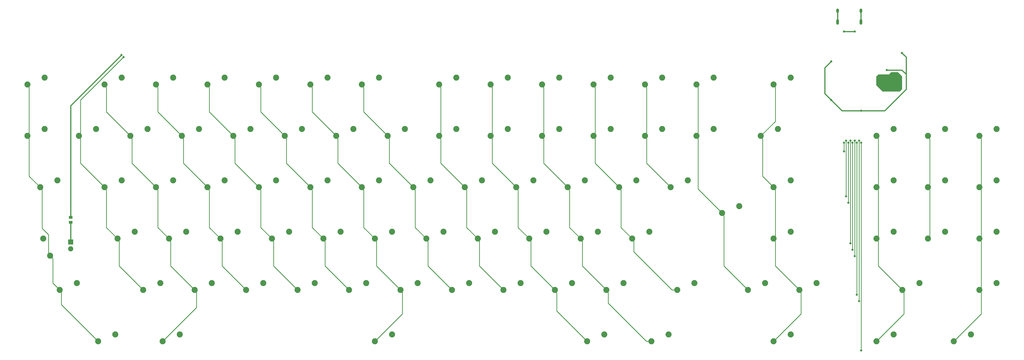
<source format=gtl>
%TF.GenerationSoftware,KiCad,Pcbnew,5.1.9*%
%TF.CreationDate,2022-11-23T09:59:21-05:00*%
%TF.ProjectId,EKS1000-V4,454b5331-3030-4302-9d56-342e6b696361,rev?*%
%TF.SameCoordinates,Original*%
%TF.FileFunction,Copper,L1,Top*%
%TF.FilePolarity,Positive*%
%FSLAX46Y46*%
G04 Gerber Fmt 4.6, Leading zero omitted, Abs format (unit mm)*
G04 Created by KiCad (PCBNEW 5.1.9) date 2022-11-23 09:59:21*
%MOMM*%
%LPD*%
G01*
G04 APERTURE LIST*
%TA.AperFunction,ComponentPad*%
%ADD10C,2.250000*%
%TD*%
%TA.AperFunction,ComponentPad*%
%ADD11O,1.000000X1.600000*%
%TD*%
%TA.AperFunction,ComponentPad*%
%ADD12O,1.000000X2.100000*%
%TD*%
%TA.AperFunction,ComponentPad*%
%ADD13R,1.905000X1.905000*%
%TD*%
%TA.AperFunction,ComponentPad*%
%ADD14C,1.905000*%
%TD*%
%TA.AperFunction,ViaPad*%
%ADD15C,0.800000*%
%TD*%
%TA.AperFunction,Conductor*%
%ADD16C,0.381000*%
%TD*%
%TA.AperFunction,Conductor*%
%ADD17C,0.250000*%
%TD*%
%TA.AperFunction,Conductor*%
%ADD18C,0.254000*%
%TD*%
%TA.AperFunction,Conductor*%
%ADD19C,0.100000*%
%TD*%
G04 APERTURE END LIST*
D10*
%TO.P,MX78,2*%
%TO.N,Net-(D78-Pad2)*%
X326390000Y-23495000D03*
%TO.P,MX78,1*%
%TO.N,COL8*%
X320040000Y-26035000D03*
%TD*%
D11*
%TO.P,J1,S1*%
%TO.N,GND*%
X314260198Y20417500D03*
X305620198Y20417500D03*
D12*
X305620198Y16237500D03*
X314260198Y16237500D03*
%TD*%
D13*
%TO.P,MX4,4*%
%TO.N,CAPSGND*%
X21748750Y-65405000D03*
D14*
%TO.P,MX4,3*%
%TO.N,CAPSLED*%
X21748750Y-67945000D03*
D10*
%TO.P,MX4,1*%
%TO.N,COL0*%
X14128750Y-70485000D03*
%TO.P,MX4,2*%
%TO.N,Net-(D4-Pad2)*%
X11588750Y-64135000D03*
%TD*%
%TO.P,MX73,2*%
%TO.N,Net-(D73-Pad2)*%
X288290000Y-42545000D03*
%TO.P,MX73,1*%
%TO.N,COL7*%
X281940000Y-45085000D03*
%TD*%
%TO.P,MX70,1*%
%TO.N,COL6*%
X262890000Y-54610000D03*
%TO.P,MX70,2*%
%TO.N,Net-(D70-Pad2)*%
X269240000Y-52070000D03*
%TD*%
%TO.P,MX41,2*%
%TO.N,Net-(D41-Pad2)*%
X159702500Y-61595000D03*
%TO.P,MX41,1*%
%TO.N,COL3*%
X153352500Y-64135000D03*
%TD*%
%TO.P,MX6,2*%
%TO.N,Net-(D6-Pad2)*%
X38258750Y-99695000D03*
%TO.P,MX6,1*%
%TO.N,COL0*%
X31908750Y-102235000D03*
%TD*%
%TO.P,R8,2*%
%TO.N,CAPSGND*%
%TA.AperFunction,SMDPad,CuDef*%
G36*
G01*
X21266998Y-57550000D02*
X22167002Y-57550000D01*
G75*
G02*
X22417000Y-57799998I0J-249998D01*
G01*
X22417000Y-58325002D01*
G75*
G02*
X22167002Y-58575000I-249998J0D01*
G01*
X21266998Y-58575000D01*
G75*
G02*
X21017000Y-58325002I0J249998D01*
G01*
X21017000Y-57799998D01*
G75*
G02*
X21266998Y-57550000I249998J0D01*
G01*
G37*
%TD.AperFunction*%
%TO.P,R8,1*%
%TO.N,GND*%
%TA.AperFunction,SMDPad,CuDef*%
G36*
G01*
X21266998Y-55725000D02*
X22167002Y-55725000D01*
G75*
G02*
X22417000Y-55974998I0J-249998D01*
G01*
X22417000Y-56500002D01*
G75*
G02*
X22167002Y-56750000I-249998J0D01*
G01*
X21266998Y-56750000D01*
G75*
G02*
X21017000Y-56500002I0J249998D01*
G01*
X21017000Y-55974998D01*
G75*
G02*
X21266998Y-55725000I249998J0D01*
G01*
G37*
%TD.AperFunction*%
%TD*%
%TO.P,MX90,2*%
%TO.N,Net-(D90-Pad2)*%
X354965000Y-99695000D03*
%TO.P,MX90,1*%
%TO.N,COL9*%
X348615000Y-102235000D03*
%TD*%
%TO.P,MX89,2*%
%TO.N,Net-(D89-Pad2)*%
X364490000Y-80645000D03*
%TO.P,MX89,1*%
%TO.N,COL9*%
X358140000Y-83185000D03*
%TD*%
%TO.P,MX88,2*%
%TO.N,Net-(D88-Pad2)*%
X364490000Y-61595000D03*
%TO.P,MX88,1*%
%TO.N,COL9*%
X358140000Y-64135000D03*
%TD*%
%TO.P,MX87,2*%
%TO.N,Net-(D87-Pad2)*%
X364490000Y-42545000D03*
%TO.P,MX87,1*%
%TO.N,COL9*%
X358140000Y-45085000D03*
%TD*%
%TO.P,MX86,2*%
%TO.N,Net-(D86-Pad2)*%
X364490000Y-23495000D03*
%TO.P,MX86,1*%
%TO.N,COL9*%
X358140000Y-26035000D03*
%TD*%
%TO.P,MX85,2*%
%TO.N,Net-(D85-Pad2)*%
X345440000Y-61595000D03*
%TO.P,MX85,1*%
%TO.N,COL8*%
X339090000Y-64135000D03*
%TD*%
%TO.P,MX84,2*%
%TO.N,Net-(D84-Pad2)*%
X345440000Y-42545000D03*
%TO.P,MX84,1*%
%TO.N,COL8*%
X339090000Y-45085000D03*
%TD*%
%TO.P,MX83,2*%
%TO.N,Net-(D83-Pad2)*%
X345440000Y-23495000D03*
%TO.P,MX83,1*%
%TO.N,COL8*%
X339090000Y-26035000D03*
%TD*%
%TO.P,MX82,2*%
%TO.N,Net-(D82-Pad2)*%
X326390000Y-99695000D03*
%TO.P,MX82,1*%
%TO.N,COL8*%
X320040000Y-102235000D03*
%TD*%
%TO.P,MX81,2*%
%TO.N,Net-(D81-Pad2)*%
X335915000Y-80645000D03*
%TO.P,MX81,1*%
%TO.N,COL8*%
X329565000Y-83185000D03*
%TD*%
%TO.P,MX80,2*%
%TO.N,Net-(D80-Pad2)*%
X326390000Y-61595000D03*
%TO.P,MX80,1*%
%TO.N,COL8*%
X320040000Y-64135000D03*
%TD*%
%TO.P,MX79,2*%
%TO.N,Net-(D79-Pad2)*%
X326390000Y-42545000D03*
%TO.P,MX79,1*%
%TO.N,COL8*%
X320040000Y-45085000D03*
%TD*%
%TO.P,MX77,2*%
%TO.N,Net-(D77-Pad2)*%
X288290000Y-99695000D03*
%TO.P,MX77,1*%
%TO.N,COL7*%
X281940000Y-102235000D03*
%TD*%
%TO.P,MX76,2*%
%TO.N,Net-(D76-Pad2)*%
X297815000Y-80645000D03*
%TO.P,MX76,1*%
%TO.N,COL7*%
X291465000Y-83185000D03*
%TD*%
%TO.P,MX75,2*%
%TO.N,Net-(D75-Pad2)*%
X278765000Y-80645000D03*
%TO.P,MX75,1*%
%TO.N,COL6*%
X272415000Y-83185000D03*
%TD*%
%TO.P,MX74,2*%
%TO.N,Net-(D74-Pad2)*%
X288290000Y-61595000D03*
%TO.P,MX74,1*%
%TO.N,COL7*%
X281940000Y-64135000D03*
%TD*%
%TO.P,MX59,2*%
%TO.N,Net-(D59-Pad2)*%
X243046250Y-99695000D03*
%TO.P,MX59,1*%
%TO.N,COL5*%
X236696250Y-102235000D03*
%TD*%
%TO.P,MX64,2*%
%TO.N,Net-(D64-Pad2)*%
X252571250Y-80645000D03*
%TO.P,MX64,1*%
%TO.N,COL5*%
X246221250Y-83185000D03*
%TD*%
%TO.P,MX72,2*%
%TO.N,Net-(D72-Pad2)*%
X283527500Y-23495000D03*
%TO.P,MX72,1*%
%TO.N,COL7*%
X277177500Y-26035000D03*
%TD*%
%TO.P,MX71,2*%
%TO.N,Net-(D71-Pad2)*%
X288290000Y-4445000D03*
%TO.P,MX71,1*%
%TO.N,COL7*%
X281940000Y-6985000D03*
%TD*%
%TO.P,MX53,2*%
%TO.N,Net-(D53-Pad2)*%
X219233750Y-99695000D03*
%TO.P,MX53,1*%
%TO.N,COL4*%
X212883750Y-102235000D03*
%TD*%
%TO.P,MX58,2*%
%TO.N,Net-(D58-Pad2)*%
X226377500Y-80645000D03*
%TO.P,MX58,1*%
%TO.N,COL5*%
X220027500Y-83185000D03*
%TD*%
%TO.P,MX63,2*%
%TO.N,Net-(D63-Pad2)*%
X235902500Y-61595000D03*
%TO.P,MX63,1*%
%TO.N,COL5*%
X229552500Y-64135000D03*
%TD*%
%TO.P,MX67,2*%
%TO.N,Net-(D67-Pad2)*%
X250190000Y-42545000D03*
%TO.P,MX67,1*%
%TO.N,COL6*%
X243840000Y-45085000D03*
%TD*%
%TO.P,MX69,2*%
%TO.N,Net-(D69-Pad2)*%
X259715000Y-23495000D03*
%TO.P,MX69,1*%
%TO.N,COL6*%
X253365000Y-26035000D03*
%TD*%
%TO.P,MX68,2*%
%TO.N,Net-(D68-Pad2)*%
X259715000Y-4445000D03*
%TO.P,MX68,1*%
%TO.N,COL6*%
X253365000Y-6985000D03*
%TD*%
%TO.P,MX52,2*%
%TO.N,Net-(D52-Pad2)*%
X207327500Y-80645000D03*
%TO.P,MX52,1*%
%TO.N,COL4*%
X200977500Y-83185000D03*
%TD*%
%TO.P,MX57,2*%
%TO.N,Net-(D57-Pad2)*%
X216852500Y-61595000D03*
%TO.P,MX57,1*%
%TO.N,COL5*%
X210502500Y-64135000D03*
%TD*%
%TO.P,MX62,2*%
%TO.N,Net-(D62-Pad2)*%
X231140000Y-42545000D03*
%TO.P,MX62,1*%
%TO.N,COL5*%
X224790000Y-45085000D03*
%TD*%
%TO.P,MX66,2*%
%TO.N,Net-(D66-Pad2)*%
X240665000Y-23495000D03*
%TO.P,MX66,1*%
%TO.N,COL6*%
X234315000Y-26035000D03*
%TD*%
%TO.P,MX65,2*%
%TO.N,Net-(D65-Pad2)*%
X240665000Y-4445000D03*
%TO.P,MX65,1*%
%TO.N,COL6*%
X234315000Y-6985000D03*
%TD*%
%TO.P,MX47,2*%
%TO.N,Net-(D47-Pad2)*%
X188277500Y-80645000D03*
%TO.P,MX47,1*%
%TO.N,COL4*%
X181927500Y-83185000D03*
%TD*%
%TO.P,MX51,2*%
%TO.N,Net-(D51-Pad2)*%
X197802500Y-61595000D03*
%TO.P,MX51,1*%
%TO.N,COL4*%
X191452500Y-64135000D03*
%TD*%
%TO.P,MX56,2*%
%TO.N,Net-(D56-Pad2)*%
X212090000Y-42545000D03*
%TO.P,MX56,1*%
%TO.N,COL5*%
X205740000Y-45085000D03*
%TD*%
%TO.P,MX61,2*%
%TO.N,Net-(D61-Pad2)*%
X221615000Y-23495000D03*
%TO.P,MX61,1*%
%TO.N,COL5*%
X215265000Y-26035000D03*
%TD*%
%TO.P,MX60,2*%
%TO.N,Net-(D60-Pad2)*%
X221615000Y-4445000D03*
%TO.P,MX60,1*%
%TO.N,COL5*%
X215265000Y-6985000D03*
%TD*%
%TO.P,MX42,2*%
%TO.N,Net-(D42-Pad2)*%
X169227500Y-80645000D03*
%TO.P,MX42,1*%
%TO.N,COL3*%
X162877500Y-83185000D03*
%TD*%
%TO.P,MX46,2*%
%TO.N,Net-(D46-Pad2)*%
X178752500Y-61595000D03*
%TO.P,MX46,1*%
%TO.N,COL4*%
X172402500Y-64135000D03*
%TD*%
%TO.P,MX50,2*%
%TO.N,Net-(D50-Pad2)*%
X193040000Y-42545000D03*
%TO.P,MX50,1*%
%TO.N,COL4*%
X186690000Y-45085000D03*
%TD*%
%TO.P,MX55,2*%
%TO.N,Net-(D55-Pad2)*%
X202565000Y-23495000D03*
%TO.P,MX55,1*%
%TO.N,COL5*%
X196215000Y-26035000D03*
%TD*%
%TO.P,MX54,2*%
%TO.N,Net-(D54-Pad2)*%
X202565000Y-4445000D03*
%TO.P,MX54,1*%
%TO.N,COL5*%
X196215000Y-6985000D03*
%TD*%
%TO.P,MX45,2*%
%TO.N,Net-(D45-Pad2)*%
X173990000Y-42545000D03*
%TO.P,MX45,1*%
%TO.N,COL4*%
X167640000Y-45085000D03*
%TD*%
%TO.P,MX49,2*%
%TO.N,Net-(D49-Pad2)*%
X183515000Y-23495000D03*
%TO.P,MX49,1*%
%TO.N,COL4*%
X177165000Y-26035000D03*
%TD*%
%TO.P,MX48,2*%
%TO.N,Net-(D48-Pad2)*%
X183515000Y-4445000D03*
%TO.P,MX48,1*%
%TO.N,COL4*%
X177165000Y-6985000D03*
%TD*%
%TO.P,MX44,2*%
%TO.N,Net-(D44-Pad2)*%
X164465000Y-23495000D03*
%TO.P,MX44,1*%
%TO.N,COL4*%
X158115000Y-26035000D03*
%TD*%
%TO.P,MX43,2*%
%TO.N,Net-(D43-Pad2)*%
X164465000Y-4445000D03*
%TO.P,MX43,1*%
%TO.N,COL4*%
X158115000Y-6985000D03*
%TD*%
%TO.P,MX40,2*%
%TO.N,Net-(D40-Pad2)*%
X154940000Y-42545000D03*
%TO.P,MX40,1*%
%TO.N,COL3*%
X148590000Y-45085000D03*
%TD*%
%TO.P,MX39,2*%
%TO.N,Net-(D39-Pad2)*%
X145415000Y-23495000D03*
%TO.P,MX39,1*%
%TO.N,COL3*%
X139065000Y-26035000D03*
%TD*%
%TO.P,MX38,2*%
%TO.N,Net-(D38-Pad2)*%
X135890000Y-4445000D03*
%TO.P,MX38,1*%
%TO.N,COL3*%
X129540000Y-6985000D03*
%TD*%
%TO.P,MX37,2*%
%TO.N,Net-(D37-Pad2)*%
X150177500Y-80645000D03*
%TO.P,MX37,1*%
%TO.N,COL3*%
X143827500Y-83185000D03*
%TD*%
%TO.P,MX36,2*%
%TO.N,Net-(D36-Pad2)*%
X140652500Y-61595000D03*
%TO.P,MX36,1*%
%TO.N,COL3*%
X134302500Y-64135000D03*
%TD*%
%TO.P,MX35,2*%
%TO.N,Net-(D35-Pad2)*%
X135890000Y-42545000D03*
%TO.P,MX35,1*%
%TO.N,COL3*%
X129540000Y-45085000D03*
%TD*%
%TO.P,MX34,2*%
%TO.N,Net-(D34-Pad2)*%
X126365000Y-23495000D03*
%TO.P,MX34,1*%
%TO.N,COL3*%
X120015000Y-26035000D03*
%TD*%
%TO.P,MX33,2*%
%TO.N,Net-(D33-Pad2)*%
X116840000Y-4445000D03*
%TO.P,MX33,1*%
%TO.N,COL3*%
X110490000Y-6985000D03*
%TD*%
%TO.P,MX32,2*%
%TO.N,Net-(D32-Pad2)*%
X140652500Y-99695000D03*
%TO.P,MX32,1*%
%TO.N,COL3*%
X134302500Y-102235000D03*
%TD*%
%TO.P,MX31,2*%
%TO.N,Net-(D31-Pad2)*%
X131127500Y-80645000D03*
%TO.P,MX31,1*%
%TO.N,COL2*%
X124777500Y-83185000D03*
%TD*%
%TO.P,MX30,2*%
%TO.N,Net-(D30-Pad2)*%
X121602500Y-61595000D03*
%TO.P,MX30,1*%
%TO.N,COL2*%
X115252500Y-64135000D03*
%TD*%
%TO.P,MX29,2*%
%TO.N,Net-(D29-Pad2)*%
X116840000Y-42545000D03*
%TO.P,MX29,1*%
%TO.N,COL2*%
X110490000Y-45085000D03*
%TD*%
%TO.P,MX28,2*%
%TO.N,Net-(D28-Pad2)*%
X107315000Y-23495000D03*
%TO.P,MX28,1*%
%TO.N,COL2*%
X100965000Y-26035000D03*
%TD*%
%TO.P,MX27,2*%
%TO.N,Net-(D27-Pad2)*%
X97790000Y-4445000D03*
%TO.P,MX27,1*%
%TO.N,COL2*%
X91440000Y-6985000D03*
%TD*%
%TO.P,MX26,2*%
%TO.N,Net-(D26-Pad2)*%
X112077500Y-80645000D03*
%TO.P,MX26,1*%
%TO.N,COL2*%
X105727500Y-83185000D03*
%TD*%
%TO.P,MX25,2*%
%TO.N,Net-(D25-Pad2)*%
X102552500Y-61595000D03*
%TO.P,MX25,1*%
%TO.N,COL2*%
X96202500Y-64135000D03*
%TD*%
%TO.P,MX24,2*%
%TO.N,Net-(D24-Pad2)*%
X97790000Y-42545000D03*
%TO.P,MX24,1*%
%TO.N,COL2*%
X91440000Y-45085000D03*
%TD*%
%TO.P,MX23,2*%
%TO.N,Net-(D23-Pad2)*%
X88265000Y-23495000D03*
%TO.P,MX23,1*%
%TO.N,COL2*%
X81915000Y-26035000D03*
%TD*%
%TO.P,MX22,2*%
%TO.N,Net-(D22-Pad2)*%
X78740000Y-4445000D03*
%TO.P,MX22,1*%
%TO.N,COL2*%
X72390000Y-6985000D03*
%TD*%
%TO.P,MX21,2*%
%TO.N,Net-(D21-Pad2)*%
X93027500Y-80645000D03*
%TO.P,MX21,1*%
%TO.N,COL1*%
X86677500Y-83185000D03*
%TD*%
%TO.P,MX20,2*%
%TO.N,Net-(D20-Pad2)*%
X83502500Y-61595000D03*
%TO.P,MX20,1*%
%TO.N,COL1*%
X77152500Y-64135000D03*
%TD*%
%TO.P,MX19,2*%
%TO.N,Net-(D19-Pad2)*%
X78740000Y-42545000D03*
%TO.P,MX19,1*%
%TO.N,COL1*%
X72390000Y-45085000D03*
%TD*%
%TO.P,MX18,2*%
%TO.N,Net-(D18-Pad2)*%
X69215000Y-23495000D03*
%TO.P,MX18,1*%
%TO.N,COL1*%
X62865000Y-26035000D03*
%TD*%
%TO.P,MX17,2*%
%TO.N,Net-(D17-Pad2)*%
X59690000Y-4445000D03*
%TO.P,MX17,1*%
%TO.N,COL1*%
X53340000Y-6985000D03*
%TD*%
%TO.P,MX16,2*%
%TO.N,Net-(D16-Pad2)*%
X73977500Y-80645000D03*
%TO.P,MX16,1*%
%TO.N,COL1*%
X67627500Y-83185000D03*
%TD*%
%TO.P,MX15,2*%
%TO.N,Net-(D15-Pad2)*%
X64452500Y-61595000D03*
%TO.P,MX15,1*%
%TO.N,COL1*%
X58102500Y-64135000D03*
%TD*%
%TO.P,MX14,2*%
%TO.N,Net-(D14-Pad2)*%
X59690000Y-42545000D03*
%TO.P,MX14,1*%
%TO.N,COL1*%
X53340000Y-45085000D03*
%TD*%
%TO.P,MX13,2*%
%TO.N,Net-(D13-Pad2)*%
X50165000Y-23495000D03*
%TO.P,MX13,1*%
%TO.N,COL1*%
X43815000Y-26035000D03*
%TD*%
%TO.P,MX12,2*%
%TO.N,Net-(D12-Pad2)*%
X40640000Y-4445000D03*
%TO.P,MX12,1*%
%TO.N,COL1*%
X34290000Y-6985000D03*
%TD*%
%TO.P,MX11,2*%
%TO.N,Net-(D11-Pad2)*%
X62071250Y-99695000D03*
%TO.P,MX11,1*%
%TO.N,COL1*%
X55721250Y-102235000D03*
%TD*%
%TO.P,MX10,2*%
%TO.N,Net-(D10-Pad2)*%
X54927500Y-80645000D03*
%TO.P,MX10,1*%
%TO.N,COL0*%
X48577500Y-83185000D03*
%TD*%
%TO.P,MX9,2*%
%TO.N,Net-(D9-Pad2)*%
X45402500Y-61595000D03*
%TO.P,MX9,1*%
%TO.N,COL0*%
X39052500Y-64135000D03*
%TD*%
%TO.P,MX8,2*%
%TO.N,Net-(D8-Pad2)*%
X40640000Y-42545000D03*
%TO.P,MX8,1*%
%TO.N,COL0*%
X34290000Y-45085000D03*
%TD*%
%TO.P,MX7,2*%
%TO.N,Net-(D7-Pad2)*%
X31115000Y-23495000D03*
%TO.P,MX7,1*%
%TO.N,COL0*%
X24765000Y-26035000D03*
%TD*%
%TO.P,MX5,2*%
%TO.N,Net-(D5-Pad2)*%
X23971250Y-80645000D03*
%TO.P,MX5,1*%
%TO.N,COL0*%
X17621250Y-83185000D03*
%TD*%
%TO.P,MX3,2*%
%TO.N,Net-(D3-Pad2)*%
X16827500Y-42545000D03*
%TO.P,MX3,1*%
%TO.N,COL0*%
X10477500Y-45085000D03*
%TD*%
%TO.P,MX2,2*%
%TO.N,Net-(D2-Pad2)*%
X12065000Y-23495000D03*
%TO.P,MX2,1*%
%TO.N,COL0*%
X5715000Y-26035000D03*
%TD*%
%TO.P,MX1,2*%
%TO.N,Net-(D1-Pad2)*%
X12065000Y-4445000D03*
%TO.P,MX1,1*%
%TO.N,COL0*%
X5715000Y-6985000D03*
%TD*%
D15*
%TO.N,GND*%
X40481250Y3968750D03*
X326231250Y-3175000D03*
%TO.N,+5V*%
X329406250Y4762500D03*
X323850000Y-1587500D03*
X303212500Y1587500D03*
X303212500Y-12700000D03*
X314325000Y-16668750D03*
%TO.N,ROW4*%
X308768750Y-48418750D03*
X308768750Y-27781250D03*
%TO.N,ROW6*%
X310356250Y-65881250D03*
X310356250Y-27781250D03*
%TO.N,ROW3*%
X307975000Y-31750000D03*
X307975000Y-28575000D03*
%TO.N,ROW5*%
X309562500Y-50800000D03*
X309562500Y-28575000D03*
%TO.N,VCC*%
X307975000Y12700000D03*
X311943750Y12700000D03*
%TO.N,COL0*%
X41275000Y3175000D03*
%TO.N,CAPSLED*%
X311943750Y-70643750D03*
X311943750Y-27781250D03*
%TO.N,ROW8*%
X312737500Y-84931250D03*
X312737500Y-28575000D03*
%TO.N,ROW10*%
X314325000Y-105568750D03*
X314325000Y-28575000D03*
%TO.N,ROW7*%
X311150000Y-68262500D03*
X311150000Y-28575000D03*
%TO.N,ROW9*%
X313531250Y-87312500D03*
X313531250Y-27781250D03*
%TD*%
D16*
%TO.N,GND*%
X21717000Y-56237500D02*
X21717000Y-14795500D01*
X21717000Y-14795500D02*
X40481250Y3968750D01*
X314260198Y16237500D02*
X314260198Y20417500D01*
X305620198Y16237500D02*
X305620198Y20417500D01*
%TO.N,+5V*%
X303212500Y-12700000D02*
X300831250Y-10318750D01*
X300831250Y-793750D02*
X300831250Y-10318750D01*
X300831250Y-793750D02*
X303212500Y1587500D01*
X314325000Y-16668750D02*
X307181250Y-16668750D01*
X303212500Y-12700000D02*
X307181250Y-16668750D01*
X330993750Y3175000D02*
X329406250Y4762500D01*
X330993750Y-3175000D02*
X330993750Y3175000D01*
X329406250Y-1587500D02*
X330993750Y-3175000D01*
X323850000Y-1587500D02*
X329406250Y-1587500D01*
X330993750Y-8731250D02*
X323056250Y-16668750D01*
X314325000Y-16668750D02*
X323056250Y-16668750D01*
X330993750Y-8731250D02*
X330993750Y-3175000D01*
D17*
%TO.N,ROW4*%
X308768750Y-48418750D02*
X308768750Y-27781250D01*
%TO.N,ROW6*%
X310356250Y-65881250D02*
X310356250Y-27781250D01*
%TO.N,ROW3*%
X307975000Y-31750000D02*
X307975000Y-28575000D01*
%TO.N,ROW5*%
X309562500Y-50800000D02*
X309562500Y-28575000D01*
D16*
%TO.N,VCC*%
X311943750Y12700000D02*
X307975000Y12700000D01*
D17*
%TO.N,COL0*%
X5715000Y-6985000D02*
X5715000Y-7302500D01*
X5715000Y-7302500D02*
X6350000Y-7937500D01*
X6350000Y-25400000D02*
X5715000Y-26035000D01*
X6350000Y-7937500D02*
X6350000Y-25400000D01*
X5715000Y-26035000D02*
X5715000Y-26352500D01*
X5715000Y-26352500D02*
X6350000Y-26987500D01*
X6350000Y-40957500D02*
X10477500Y-45085000D01*
X6350000Y-26987500D02*
X6350000Y-40957500D01*
X10477500Y-45085000D02*
X10477500Y-45402500D01*
X10477500Y-45402500D02*
X11112500Y-46037500D01*
X17621250Y-83185000D02*
X17621250Y-83502500D01*
X17621250Y-83502500D02*
X18256250Y-84137500D01*
X18256250Y-88582500D02*
X31908750Y-102235000D01*
X18256250Y-84137500D02*
X18256250Y-88582500D01*
X24765000Y-26035000D02*
X24765000Y-26352500D01*
X24765000Y-26352500D02*
X25400000Y-26987500D01*
X25400000Y-36195000D02*
X34290000Y-45085000D01*
X25400000Y-26987500D02*
X25400000Y-36195000D01*
X34290000Y-45085000D02*
X34290000Y-45402500D01*
X34290000Y-45402500D02*
X34925000Y-46037500D01*
X34925000Y-60007500D02*
X39052500Y-64135000D01*
X34925000Y-46037500D02*
X34925000Y-60007500D01*
X39052500Y-64135000D02*
X39052500Y-64452500D01*
X39052500Y-64452500D02*
X39687500Y-65087500D01*
X39687500Y-74295000D02*
X48577500Y-83185000D01*
X39687500Y-65087500D02*
X39687500Y-74295000D01*
X11112500Y-46037500D02*
X11112500Y-60325000D01*
X11112500Y-60325000D02*
X13493750Y-62706250D01*
X13493750Y-69850000D02*
X14128750Y-70485000D01*
X13493750Y-62706250D02*
X13493750Y-69850000D01*
X15081250Y-80645000D02*
X17621250Y-83185000D01*
X15081250Y-71437500D02*
X15081250Y-80645000D01*
X14128750Y-70485000D02*
X15081250Y-71437500D01*
X24765000Y-26035000D02*
X25400000Y-25400000D01*
X25400000Y-25400000D02*
X25400000Y-12700000D01*
X41275000Y3175000D02*
X25400000Y-12700000D01*
D16*
%TO.N,CAPSGND*%
X21748750Y-58094250D02*
X21717000Y-58062500D01*
X21748750Y-65405000D02*
X21748750Y-58094250D01*
D17*
%TO.N,CAPSLED*%
X311943750Y-70643750D02*
X311943750Y-27781250D01*
%TO.N,COL1*%
X34290000Y-6985000D02*
X34290000Y-7302500D01*
X34290000Y-7302500D02*
X34925000Y-7937500D01*
X34925000Y-17145000D02*
X43815000Y-26035000D01*
X34925000Y-7937500D02*
X34925000Y-17145000D01*
X53340000Y-6985000D02*
X53340000Y-7302500D01*
X53340000Y-7302500D02*
X53975000Y-7937500D01*
X53975000Y-17145000D02*
X62865000Y-26035000D01*
X53975000Y-7937500D02*
X53975000Y-17145000D01*
X43815000Y-26035000D02*
X43815000Y-26352500D01*
X43815000Y-26352500D02*
X44450000Y-26987500D01*
X44450000Y-36195000D02*
X53340000Y-45085000D01*
X44450000Y-26987500D02*
X44450000Y-36195000D01*
X62865000Y-26035000D02*
X62865000Y-26352500D01*
X62865000Y-26352500D02*
X63500000Y-26987500D01*
X63500000Y-36195000D02*
X72390000Y-45085000D01*
X63500000Y-26987500D02*
X63500000Y-36195000D01*
X53340000Y-45085000D02*
X53340000Y-45402500D01*
X53340000Y-45402500D02*
X53975000Y-46037500D01*
X53975000Y-60007500D02*
X58102500Y-64135000D01*
X53975000Y-46037500D02*
X53975000Y-60007500D01*
X72390000Y-45085000D02*
X72390000Y-45402500D01*
X72390000Y-45402500D02*
X73025000Y-46037500D01*
X73025000Y-60007500D02*
X77152500Y-64135000D01*
X73025000Y-46037500D02*
X73025000Y-60007500D01*
X58102500Y-64135000D02*
X58102500Y-64452500D01*
X58102500Y-64452500D02*
X58737500Y-65087500D01*
X58737500Y-74295000D02*
X67627500Y-83185000D01*
X58737500Y-65087500D02*
X58737500Y-74295000D01*
X77152500Y-64135000D02*
X77152500Y-64452500D01*
X77152500Y-64452500D02*
X77787500Y-65087500D01*
X77787500Y-74295000D02*
X86677500Y-83185000D01*
X77787500Y-65087500D02*
X77787500Y-74295000D01*
X68262500Y-89693750D02*
X55721250Y-102235000D01*
X68262500Y-83820000D02*
X68262500Y-89693750D01*
X67627500Y-83185000D02*
X68262500Y-83820000D01*
%TO.N,COL2*%
X72390000Y-6985000D02*
X72390000Y-7302500D01*
X72390000Y-7302500D02*
X73025000Y-7937500D01*
X73025000Y-17145000D02*
X81915000Y-26035000D01*
X73025000Y-7937500D02*
X73025000Y-17145000D01*
X91440000Y-6985000D02*
X91440000Y-7302500D01*
X91440000Y-7302500D02*
X92075000Y-7937500D01*
X92075000Y-17145000D02*
X100965000Y-26035000D01*
X92075000Y-7937500D02*
X92075000Y-17145000D01*
X81915000Y-26035000D02*
X81915000Y-26352500D01*
X81915000Y-26352500D02*
X82550000Y-26987500D01*
X82550000Y-36195000D02*
X91440000Y-45085000D01*
X82550000Y-26987500D02*
X82550000Y-36195000D01*
X100965000Y-26035000D02*
X100965000Y-26352500D01*
X100965000Y-26352500D02*
X101600000Y-26987500D01*
X101600000Y-36195000D02*
X110490000Y-45085000D01*
X101600000Y-26987500D02*
X101600000Y-36195000D01*
X91440000Y-45085000D02*
X91440000Y-45402500D01*
X91440000Y-45402500D02*
X92075000Y-46037500D01*
X92075000Y-60007500D02*
X96202500Y-64135000D01*
X92075000Y-46037500D02*
X92075000Y-60007500D01*
X110490000Y-45085000D02*
X110490000Y-45402500D01*
X110490000Y-45402500D02*
X111125000Y-46037500D01*
X111125000Y-60007500D02*
X115252500Y-64135000D01*
X111125000Y-46037500D02*
X111125000Y-60007500D01*
X96202500Y-64135000D02*
X96202500Y-64452500D01*
X96202500Y-64452500D02*
X96837500Y-65087500D01*
X96837500Y-74295000D02*
X105727500Y-83185000D01*
X96837500Y-65087500D02*
X96837500Y-74295000D01*
X115252500Y-64135000D02*
X115252500Y-64452500D01*
X115252500Y-64452500D02*
X115887500Y-65087500D01*
X115887500Y-74295000D02*
X124777500Y-83185000D01*
X115887500Y-65087500D02*
X115887500Y-74295000D01*
%TO.N,COL3*%
X110490000Y-6985000D02*
X110490000Y-7302500D01*
X110490000Y-7302500D02*
X111125000Y-7937500D01*
X111125000Y-17145000D02*
X120015000Y-26035000D01*
X111125000Y-7937500D02*
X111125000Y-17145000D01*
X129540000Y-6985000D02*
X129540000Y-7302500D01*
X129540000Y-7302500D02*
X130175000Y-7937500D01*
X130175000Y-17145000D02*
X139065000Y-26035000D01*
X130175000Y-7937500D02*
X130175000Y-17145000D01*
X120015000Y-26035000D02*
X120015000Y-26352500D01*
X120015000Y-26352500D02*
X120650000Y-26987500D01*
X120650000Y-36195000D02*
X129540000Y-45085000D01*
X120650000Y-26987500D02*
X120650000Y-36195000D01*
X139065000Y-26035000D02*
X139065000Y-26352500D01*
X139065000Y-26352500D02*
X139700000Y-26987500D01*
X139700000Y-36195000D02*
X148590000Y-45085000D01*
X139700000Y-26987500D02*
X139700000Y-36195000D01*
X129540000Y-45085000D02*
X129540000Y-45402500D01*
X129540000Y-45402500D02*
X130175000Y-46037500D01*
X130175000Y-60007500D02*
X134302500Y-64135000D01*
X130175000Y-46037500D02*
X130175000Y-60007500D01*
X148590000Y-45085000D02*
X148590000Y-45402500D01*
X148590000Y-45402500D02*
X149225000Y-46037500D01*
X149225000Y-60007500D02*
X153352500Y-64135000D01*
X149225000Y-46037500D02*
X149225000Y-60007500D01*
X134302500Y-64135000D02*
X134302500Y-64452500D01*
X134302500Y-64452500D02*
X134937500Y-65087500D01*
X134937500Y-74295000D02*
X143827500Y-83185000D01*
X134937500Y-65087500D02*
X134937500Y-74295000D01*
X153352500Y-64135000D02*
X153352500Y-64452500D01*
X153352500Y-64452500D02*
X153987500Y-65087500D01*
X153987500Y-74295000D02*
X162877500Y-83185000D01*
X153987500Y-65087500D02*
X153987500Y-74295000D01*
X144462500Y-92075000D02*
X134302500Y-102235000D01*
X144462500Y-83820000D02*
X144462500Y-92075000D01*
X143827500Y-83185000D02*
X144462500Y-83820000D01*
%TO.N,COL4*%
X158115000Y-6985000D02*
X158115000Y-7302500D01*
X158115000Y-7302500D02*
X158750000Y-7937500D01*
X158750000Y-25400000D02*
X158115000Y-26035000D01*
X158750000Y-7937500D02*
X158750000Y-25400000D01*
X177165000Y-6985000D02*
X177165000Y-7302500D01*
X177165000Y-7302500D02*
X177800000Y-7937500D01*
X177800000Y-25400000D02*
X177165000Y-26035000D01*
X177800000Y-7937500D02*
X177800000Y-25400000D01*
X158115000Y-26035000D02*
X158115000Y-26352500D01*
X158115000Y-26352500D02*
X158750000Y-26987500D01*
X158750000Y-36195000D02*
X167640000Y-45085000D01*
X158750000Y-26987500D02*
X158750000Y-36195000D01*
X177165000Y-26035000D02*
X177165000Y-26352500D01*
X177165000Y-26352500D02*
X177800000Y-26987500D01*
X177800000Y-36195000D02*
X186690000Y-45085000D01*
X177800000Y-26987500D02*
X177800000Y-36195000D01*
X167640000Y-45085000D02*
X167640000Y-45402500D01*
X167640000Y-45402500D02*
X168275000Y-46037500D01*
X168275000Y-60007500D02*
X172402500Y-64135000D01*
X168275000Y-46037500D02*
X168275000Y-60007500D01*
X186690000Y-45085000D02*
X186690000Y-45402500D01*
X186690000Y-45402500D02*
X187325000Y-46037500D01*
X187325000Y-60007500D02*
X191452500Y-64135000D01*
X187325000Y-46037500D02*
X187325000Y-60007500D01*
X172402500Y-64135000D02*
X172402500Y-64452500D01*
X172402500Y-64452500D02*
X173037500Y-65087500D01*
X173037500Y-74295000D02*
X181927500Y-83185000D01*
X173037500Y-65087500D02*
X173037500Y-74295000D01*
X191452500Y-64135000D02*
X191452500Y-64452500D01*
X191452500Y-64452500D02*
X192087500Y-65087500D01*
X192087500Y-74295000D02*
X200977500Y-83185000D01*
X192087500Y-65087500D02*
X192087500Y-74295000D01*
X200977500Y-83185000D02*
X200977500Y-83502500D01*
X200977500Y-83502500D02*
X201612500Y-84137500D01*
X201612500Y-90963750D02*
X212883750Y-102235000D01*
X201612500Y-84137500D02*
X201612500Y-90963750D01*
%TO.N,COL5*%
X196215000Y-6985000D02*
X196215000Y-7302500D01*
X196215000Y-7302500D02*
X196850000Y-7937500D01*
X196850000Y-25400000D02*
X196215000Y-26035000D01*
X196850000Y-7937500D02*
X196850000Y-25400000D01*
X215265000Y-6985000D02*
X215265000Y-7302500D01*
X215265000Y-7302500D02*
X215900000Y-7937500D01*
X215900000Y-25400000D02*
X215265000Y-26035000D01*
X215900000Y-7937500D02*
X215900000Y-25400000D01*
X196215000Y-26035000D02*
X196215000Y-26352500D01*
X196215000Y-26352500D02*
X196850000Y-26987500D01*
X196850000Y-36195000D02*
X205740000Y-45085000D01*
X196850000Y-26987500D02*
X196850000Y-36195000D01*
X215265000Y-26035000D02*
X215265000Y-26352500D01*
X215265000Y-26352500D02*
X215900000Y-26987500D01*
X215900000Y-36195000D02*
X224790000Y-45085000D01*
X215900000Y-26987500D02*
X215900000Y-36195000D01*
X205740000Y-45085000D02*
X205740000Y-45402500D01*
X205740000Y-45402500D02*
X206375000Y-46037500D01*
X206375000Y-60007500D02*
X210502500Y-64135000D01*
X206375000Y-46037500D02*
X206375000Y-60007500D01*
X210502500Y-64135000D02*
X210502500Y-64452500D01*
X210502500Y-64452500D02*
X211137500Y-65087500D01*
X211137500Y-74295000D02*
X220027500Y-83185000D01*
X211137500Y-65087500D02*
X211137500Y-74295000D01*
X224790000Y-45085000D02*
X224790000Y-45402500D01*
X224790000Y-45402500D02*
X225425000Y-46037500D01*
X225425000Y-60007500D02*
X229552500Y-64135000D01*
X225425000Y-46037500D02*
X225425000Y-60007500D01*
X244316250Y-83185000D02*
X246221250Y-83185000D01*
X230187500Y-69056250D02*
X244316250Y-83185000D01*
X230187500Y-65087500D02*
X230187500Y-69056250D01*
X229552500Y-64452500D02*
X230187500Y-65087500D01*
X229552500Y-64135000D02*
X229552500Y-64452500D01*
X220662500Y-88106250D02*
X234791250Y-102235000D01*
X234791250Y-102235000D02*
X236696250Y-102235000D01*
X220662500Y-84137500D02*
X220662500Y-88106250D01*
X220027500Y-83502500D02*
X220662500Y-84137500D01*
X220027500Y-83185000D02*
X220027500Y-83502500D01*
%TO.N,COL6*%
X234315000Y-6985000D02*
X234315000Y-7302500D01*
X234315000Y-7302500D02*
X234950000Y-7937500D01*
X234950000Y-25400000D02*
X234315000Y-26035000D01*
X234950000Y-7937500D02*
X234950000Y-25400000D01*
X253365000Y-6985000D02*
X253365000Y-7302500D01*
X253365000Y-7302500D02*
X254000000Y-7937500D01*
X254000000Y-25400000D02*
X253365000Y-26035000D01*
X254000000Y-7937500D02*
X254000000Y-25400000D01*
X234315000Y-26035000D02*
X234315000Y-26352500D01*
X234315000Y-26352500D02*
X234950000Y-26987500D01*
X253365000Y-26035000D02*
X253365000Y-26352500D01*
X253365000Y-26352500D02*
X254000000Y-26987500D01*
X262890000Y-54610000D02*
X262890000Y-54927500D01*
X262890000Y-54927500D02*
X263525000Y-55562500D01*
X263525000Y-74295000D02*
X272415000Y-83185000D01*
X263525000Y-55562500D02*
X263525000Y-74295000D01*
X254000000Y-26987500D02*
X254000000Y-45720000D01*
X254000000Y-45720000D02*
X262890000Y-54610000D01*
X234950000Y-26987500D02*
X234950000Y-36195000D01*
X234950000Y-36195000D02*
X243840000Y-45085000D01*
%TO.N,COL7*%
X281940000Y-6985000D02*
X281940000Y-7302500D01*
X281940000Y-7302500D02*
X282575000Y-7937500D01*
X282575000Y-20637500D02*
X277177500Y-26035000D01*
X282575000Y-7937500D02*
X282575000Y-20637500D01*
X277177500Y-26035000D02*
X277177500Y-26352500D01*
X277177500Y-26352500D02*
X277812500Y-26987500D01*
X277812500Y-40957500D02*
X281940000Y-45085000D01*
X277812500Y-26987500D02*
X277812500Y-40957500D01*
X281940000Y-45085000D02*
X281940000Y-45402500D01*
X281940000Y-45402500D02*
X282575000Y-46037500D01*
X282575000Y-63500000D02*
X281940000Y-64135000D01*
X282575000Y-46037500D02*
X282575000Y-63500000D01*
X281940000Y-64135000D02*
X281940000Y-64452500D01*
X281940000Y-64452500D02*
X282575000Y-65087500D01*
X282575000Y-74295000D02*
X291465000Y-83185000D01*
X282575000Y-65087500D02*
X282575000Y-74295000D01*
X291465000Y-83185000D02*
X291465000Y-83502500D01*
X291465000Y-83502500D02*
X292100000Y-84137500D01*
X292100000Y-92075000D02*
X281940000Y-102235000D01*
X292100000Y-84137500D02*
X292100000Y-92075000D01*
%TO.N,COL8*%
X320040000Y-26035000D02*
X320040000Y-26352500D01*
X320040000Y-26352500D02*
X320675000Y-26987500D01*
X320675000Y-44450000D02*
X320040000Y-45085000D01*
X320675000Y-26987500D02*
X320675000Y-44450000D01*
X320040000Y-45085000D02*
X320040000Y-45402500D01*
X320040000Y-45402500D02*
X320675000Y-46037500D01*
X320675000Y-63500000D02*
X320040000Y-64135000D01*
X320675000Y-46037500D02*
X320675000Y-63500000D01*
X339090000Y-26035000D02*
X339090000Y-26352500D01*
X339090000Y-26352500D02*
X339725000Y-26987500D01*
X339725000Y-44450000D02*
X339090000Y-45085000D01*
X339725000Y-26987500D02*
X339725000Y-44450000D01*
X339090000Y-45085000D02*
X339090000Y-45402500D01*
X339090000Y-45402500D02*
X339725000Y-46037500D01*
X339725000Y-63500000D02*
X339090000Y-64135000D01*
X339725000Y-46037500D02*
X339725000Y-63500000D01*
X329565000Y-83185000D02*
X329565000Y-83502500D01*
X329565000Y-83502500D02*
X330200000Y-84137500D01*
X330200000Y-92075000D02*
X320040000Y-102235000D01*
X330200000Y-84137500D02*
X330200000Y-92075000D01*
X320040000Y-64135000D02*
X320040000Y-64452500D01*
X320040000Y-64452500D02*
X320675000Y-65087500D01*
X320675000Y-74295000D02*
X329565000Y-83185000D01*
X320675000Y-65087500D02*
X320675000Y-74295000D01*
%TO.N,COL9*%
X358140000Y-26035000D02*
X358140000Y-26352500D01*
X358140000Y-26352500D02*
X358775000Y-26987500D01*
X358775000Y-44450000D02*
X358140000Y-45085000D01*
X358775000Y-26987500D02*
X358775000Y-44450000D01*
X358140000Y-45085000D02*
X358140000Y-45402500D01*
X358140000Y-45402500D02*
X358775000Y-46037500D01*
X358775000Y-63500000D02*
X358140000Y-64135000D01*
X358775000Y-46037500D02*
X358775000Y-63500000D01*
X358140000Y-64135000D02*
X358140000Y-64452500D01*
X358140000Y-64452500D02*
X358775000Y-65087500D01*
X358775000Y-82550000D02*
X358140000Y-83185000D01*
X358775000Y-65087500D02*
X358775000Y-82550000D01*
X358775000Y-92075000D02*
X348615000Y-102235000D01*
X358140000Y-83185000D02*
X358140000Y-83502500D01*
X358140000Y-83502500D02*
X358775000Y-84137500D01*
X358775000Y-84137500D02*
X358775000Y-92075000D01*
%TO.N,ROW8*%
X312737500Y-84931250D02*
X312737500Y-28575000D01*
%TO.N,ROW10*%
X314325000Y-105568750D02*
X314325000Y-28575000D01*
%TO.N,ROW7*%
X311150000Y-68262500D02*
X311150000Y-28575000D01*
%TO.N,ROW9*%
X313531250Y-87312500D02*
X313531250Y-27781250D01*
%TD*%
D18*
%TO.N,GND*%
X329279250Y-4021356D02*
X329279250Y-8678644D01*
X328559894Y-9398000D01*
X322315106Y-9398000D01*
X320008250Y-7091144D01*
X320008250Y-4021356D01*
X320727606Y-3302000D01*
X324643750Y-3302000D01*
X324668526Y-3299560D01*
X324692351Y-3292333D01*
X324714307Y-3280597D01*
X324733553Y-3264803D01*
X325490106Y-2508250D01*
X327766144Y-2508250D01*
X329279250Y-4021356D01*
%TA.AperFunction,Conductor*%
D19*
G36*
X329279250Y-4021356D02*
G01*
X329279250Y-8678644D01*
X328559894Y-9398000D01*
X322315106Y-9398000D01*
X320008250Y-7091144D01*
X320008250Y-4021356D01*
X320727606Y-3302000D01*
X324643750Y-3302000D01*
X324668526Y-3299560D01*
X324692351Y-3292333D01*
X324714307Y-3280597D01*
X324733553Y-3264803D01*
X325490106Y-2508250D01*
X327766144Y-2508250D01*
X329279250Y-4021356D01*
G37*
%TD.AperFunction*%
%TD*%
M02*

</source>
